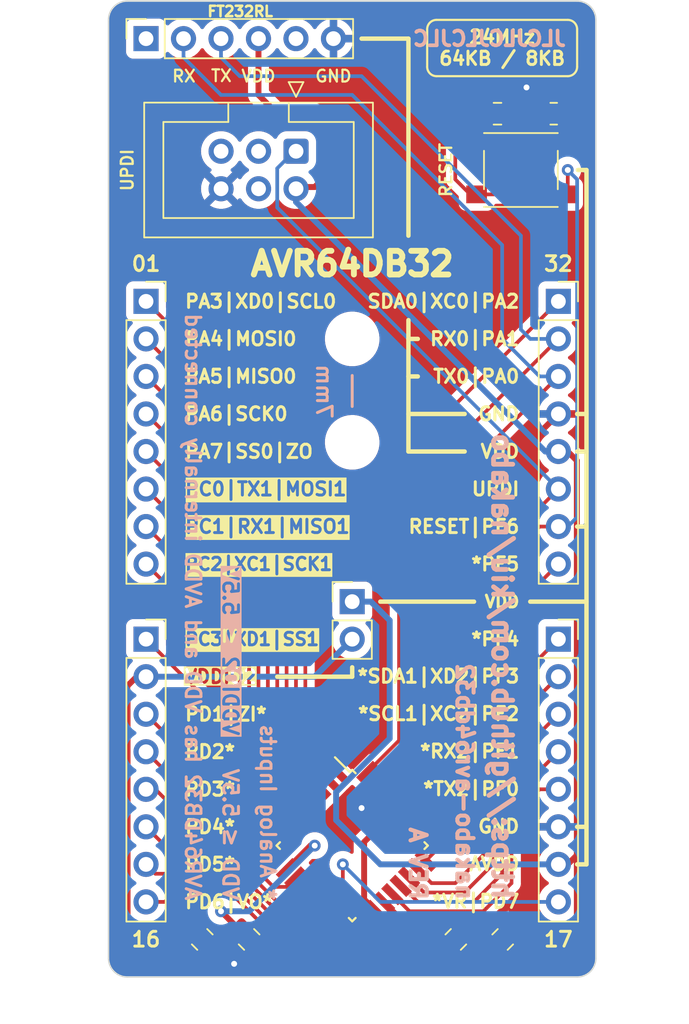
<source format=kicad_pcb>
(kicad_pcb (version 20221018) (generator pcbnew)
  (layers (0 "F.Cu" signal) (31 "B.Cu" signal) (34 "B.Paste" user) (35 "F.Paste" user) (36 "B.SilkS" user "B.Silkscreen") (37 "F.SilkS" user "F.Silkscreen") (38 "B.Mask" user) (39 "F.Mask" user) (44 "Edge.Cuts" user))
  (net 0 "")
  (net 1 "VCC")
  (net 2 "GND")
  (net 3 "PF6_RESET")
  (net 4 "PA3")
  (net 5 "PA4")
  (net 6 "PA5")
  (net 7 "PA6")
  (net 8 "PA7")
  (net 9 "PC0")
  (net 10 "PC1")
  (net 11 "PC2")
  (net 12 "PC3")
  (net 13 "VDDIO2")
  (net 14 "PD1")
  (net 15 "PD2")
  (net 16 "PD3")
  (net 17 "PD4")
  (net 18 "PD5")
  (net 19 "PD6")
  (net 20 "PD7")
  (net 21 "PF0")
  (net 22 "PF1")
  (net 23 "PF2")
  (net 24 "PF3")
  (net 25 "PF4")
  (net 26 "PF5")
  (net 27 "PA0")
  (net 28 "PA1")
  (net 29 "PA2")
  (net 30 "UPDI")
  (net 32 "Net-(R1-Pad2)")
  (footprint "Connector_PinSocket_2.54mm:PinSocket_1x08_P2.54mm_Vertical" (layer "F.Cu") (at 134.62 96.52)
    (fp_text reference "J1" hide)
    (fp_text value "Conn_01x08")
    (fp_line (start -1.33 1.27) (end -1.33 19.11) (stroke (width 0.12)) (layer "F.SilkS"))
    (fp_line (start -1.33 1.27) (end 1.33 1.27) (stroke (width 0.12)) (layer "F.SilkS"))
    (fp_line (start -1.33 19.11) (end 1.33 19.11) (stroke (width 0.12)) (layer "F.SilkS"))
    (fp_line (start 0 -1.33) (end 1.33 -1.33) (stroke (width 0.12)) (layer "F.SilkS"))
    (fp_line (start 1.33 -1.33) (end 1.33 0) (stroke (width 0.12)) (layer "F.SilkS"))
    (fp_line (start 1.33 1.27) (end 1.33 19.11) (stroke (width 0.12)) (layer "F.SilkS"))
    (pad "1" thru_hole rect (at 0 0) (size 1.7 1.7) (drill 1) (layers "*.Cu" "*.Mask") (net 4 "PA3"))
    (pad "2" thru_hole oval (at 0 2.54) (size 1.7 1.7) (drill 1) (layers "*.Cu" "*.Mask") (net 5 "PA4"))
    (pad "3" thru_hole oval (at 0 5.08) (size 1.7 1.7) (drill 1) (layers "*.Cu" "*.Mask") (net 6 "PA5"))
    (pad "4" thru_hole oval (at 0 7.62) (size 1.7 1.7) (drill 1) (layers "*.Cu" "*.Mask") (net 7 "PA6"))
    (pad "5" thru_hole oval (at 0 10.16) (size 1.7 1.7) (drill 1) (layers "*.Cu" "*.Mask") (net 8 "PA7"))
    (pad "6" thru_hole oval (at 0 12.7) (size 1.7 1.7) (drill 1) (layers "*.Cu" "*.Mask") (net 9 "PC0"))
    (pad "7" thru_hole oval (at 0 15.24) (size 1.7 1.7) (drill 1) (layers "*.Cu" "*.Mask") (net 10 "PC1"))
    (pad "8" thru_hole oval (at 0 17.78) (size 1.7 1.7) (drill 1) (layers "*.Cu" "*.Mask") (net 11 "PC2"))
  )
  (footprint "Connector_IDC:IDC-Header_2x03_P2.54mm_Vertical" (layer "F.Cu") (at 144.785 86.36 -90)
    (fp_text reference "J5" hide)
    (fp_text value "AVR-UPDI-6")
    (fp_line (start -4.68 -0.5) (end -4.68 0.5) (stroke (width 0.12)) (layer "F.SilkS"))
    (fp_line (start -4.68 0.5) (end -3.68 0) (stroke (width 0.12)) (layer "F.SilkS"))
    (fp_line (start -3.68 0) (end -4.68 -0.5) (stroke (width 0.12)) (layer "F.SilkS"))
    (fp_line (start -3.29 -5.21) (end 5.83 -5.21) (stroke (width 0.12)) (layer "F.SilkS"))
    (fp_line (start -3.29 0.49) (end -1.98 0.49) (stroke (width 0.12)) (layer "F.SilkS"))
    (fp_line (start -3.29 10.29) (end -3.29 -5.21) (stroke (width 0.12)) (layer "F.SilkS"))
    (fp_line (start -1.98 -3.91) (end 4.52 -3.91) (stroke (width 0.12)) (layer "F.SilkS"))
    (fp_line (start -1.98 0.49) (end -1.98 -3.91) (stroke (width 0.12)) (layer "F.SilkS"))
    (fp_line (start -1.98 4.59) (end -3.29 4.59) (stroke (width 0.12)) (layer "F.SilkS"))
    (fp_line (start -1.98 4.59) (end -1.98 4.59) (stroke (width 0.12)) (layer "F.SilkS"))
    (fp_line (start -1.98 8.99) (end -1.98 4.59) (stroke (width 0.12)) (layer "F.SilkS"))
    (fp_line (start 4.52 -3.91) (end 4.52 8.99) (stroke (width 0.12)) (layer "F.SilkS"))
    (fp_line (start 4.52 8.99) (end -1.98 8.99) (stroke (width 0.12)) (layer "F.SilkS"))
    (fp_line (start 5.83 -5.21) (end 5.83 10.29) (stroke (width 0.12)) (layer "F.SilkS"))
    (fp_line (start 5.83 10.29) (end -3.29 10.29) (stroke (width 0.12)) (layer "F.SilkS"))
    (pad "1" thru_hole roundrect (at 0 0 270) (size 1.7 1.7) (drill 1) (layers "*.Cu" "*.Mask") (roundrect_rratio 0.1470588235) (net 30 "UPDI"))
    (pad "2" thru_hole circle (at 2.54 0 270) (size 1.7 1.7) (drill 1) (layers "*.Cu" "*.Mask") (net 1 "VCC"))
    (pad "3" thru_hole circle (at 0 2.54 270) (size 1.7 1.7) (drill 1) (layers "*.Cu" "*.Mask"))
    (pad "4" thru_hole circle (at 2.54 2.54 270) (size 1.7 1.7) (drill 1) (layers "*.Cu" "*.Mask"))
    (pad "5" thru_hole circle (at 0 5.08 270) (size 1.7 1.7) (drill 1) (layers "*.Cu" "*.Mask"))
    (pad "6" thru_hole circle (at 2.54 5.08 270) (size 1.7 1.7) (drill 1) (layers "*.Cu" "*.Mask") (net 2 "GND"))
  )
  (footprint "Capacitor_SMD:C_0805_2012Metric" (layer "F.Cu") (at 158.786751 139.7 45)
    (fp_text reference "C2" hide)
    (fp_text value "1uF")
    (fp_line (start -0.261252 -0.735) (end 0.261252 -0.735) (stroke (width 0.12)) (layer "F.SilkS"))
    (fp_line (start -0.261252 0.735) (end 0.261252 0.735) (stroke (width 0.12)) (layer "F.SilkS"))
    (pad "1" smd roundrect (at -0.95 0 45) (size 1 1.45) (layers "F.Cu" "F.Paste" "F.Mask") (net 1 "VCC"))
    (pad "2" smd roundrect (at 0.95 0 45) (size 1 1.45) (layers "F.Cu" "F.Paste" "F.Mask") (net 2 "GND"))
  )
  (footprint "Capacitor_SMD:C_0805_2012Metric" (layer "F.Cu") (at 158.435 83.82)
    (fp_text reference "C5" hide)
    (fp_text value "1uF")
    (fp_line (start -0.261252 -0.735) (end 0.261252 -0.735) (stroke (width 0.12)) (layer "F.SilkS"))
    (fp_line (start -0.261252 0.735) (end 0.261252 0.735) (stroke (width 0.12)) (layer "F.SilkS"))
    (pad "1" smd roundrect (at -0.95 0) (size 1 1.45) (layers "F.Cu" "F.Paste" "F.Mask") (net 3 "PF6_RESET"))
    (pad "2" smd roundrect (at 0.95 0) (size 1 1.45) (layers "F.Cu" "F.Paste" "F.Mask") (net 2 "GND"))
  )
  (footprint "MountingHole:MountingHole_3.2mm_M3_DIN965" (layer "F.Cu") (at 148.59 99.06)
    (fp_text reference "H1" hide)
    (fp_text value "MountingHole")
    (pad "" np_thru_hole circle (at 0 0) (size 3.2 3.2) (drill 3.2) (layers "*.Cu" "*.Mask"))
  )
  (footprint "Connector_PinSocket_2.54mm:PinSocket_1x08_P2.54mm_Vertical" (layer "F.Cu") (at 162.56 119.38)
    (fp_text reference "J4" hide)
    (fp_text value "Conn_01x08")
    (fp_line (start -1.33 1.27) (end -1.33 19.11) (stroke (width 0.12)) (layer "F.SilkS"))
    (fp_line (start -1.33 1.27) (end 1.33 1.27) (stroke (width 0.12)) (layer "F.SilkS"))
    (fp_line (start -1.33 19.11) (end 1.33 19.11) (stroke (width 0.12)) (layer "F.SilkS"))
    (fp_line (start 0 -1.33) (end 1.33 -1.33) (stroke (width 0.12)) (layer "F.SilkS"))
    (fp_line (start 1.33 -1.33) (end 1.33 0) (stroke (width 0.12)) (layer "F.SilkS"))
    (fp_line (start 1.33 1.27) (end 1.33 19.11) (stroke (width 0.12)) (layer "F.SilkS"))
    (pad "1" thru_hole rect (at 0 0) (size 1.7 1.7) (drill 1) (layers "*.Cu" "*.Mask") (net 25 "PF4"))
    (pad "2" thru_hole oval (at 0 2.54) (size 1.7 1.7) (drill 1) (layers "*.Cu" "*.Mask") (net 24 "PF3"))
    (pad "3" thru_hole oval (at 0 5.08) (size 1.7 1.7) (drill 1) (layers "*.Cu" "*.Mask") (net 23 "PF2"))
    (pad "4" thru_hole oval (at 0 7.62) (size 1.7 1.7) (drill 1) (layers "*.Cu" "*.Mask") (net 22 "PF1"))
    (pad "5" thru_hole oval (at 0 10.16) (size 1.7 1.7) (drill 1) (layers "*.Cu" "*.Mask") (net 21 "PF0"))
    (pad "6" thru_hole oval (at 0 12.7) (size 1.7 1.7) (drill 1) (layers "*.Cu" "*.Mask") (net 2 "GND"))
    (pad "7" thru_hole oval (at 0 15.24) (size 1.7 1.7) (drill 1) (layers "*.Cu" "*.Mask") (net 1 "VCC"))
    (pad "8" thru_hole oval (at 0 17.78) (size 1.7 1.7) (drill 1) (layers "*.Cu" "*.Mask") (net 20 "PD7"))
  )
  (footprint "Capacitor_SMD:C_0805_2012Metric" (layer "F.Cu") (at 138.43 139.7 -45)
    (fp_text reference "C4" hide)
    (fp_text value "1uF")
    (fp_line (start -0.261252 -0.735) (end 0.261252 -0.735) (stroke (width 0.12)) (layer "F.SilkS"))
    (fp_line (start -0.261252 0.735) (end 0.261252 0.735) (stroke (width 0.12)) (layer "F.SilkS"))
    (pad "1" smd roundrect (at -0.95 0 315) (size 1 1.45) (layers "F.Cu" "F.Paste" "F.Mask") (net 13 "VDDIO2"))
    (pad "2" smd roundrect (at 0.95 0 315) (size 1 1.45) (layers "F.Cu" "F.Paste" "F.Mask") (net 2 "GND"))
  )
  (footprint "Capacitor_SMD:C_0805_2012Metric" (layer "F.Cu") (at 141.605 139.7 -45)
    (fp_text reference "C3" hide)
    (fp_text value "100nF")
    (fp_line (start -0.261252 -0.735) (end 0.261252 -0.735) (stroke (width 0.12)) (layer "F.SilkS"))
    (fp_line (start -0.261252 0.735) (end 0.261252 0.735) (stroke (width 0.12)) (layer "F.SilkS"))
    (pad "1" smd roundrect (at -0.95 0 315) (size 1 1.45) (layers "F.Cu" "F.Paste" "F.Mask") (net 13 "VDDIO2"))
    (pad "2" smd roundrect (at 0.95 0 315) (size 1 1.45) (layers "F.Cu" "F.Paste" "F.Mask") (net 2 "GND"))
  )
  (footprint "Package_QFP:TQFP-32_7x7mm_P0.8mm" (layer "F.Cu") (at 148.59 133.35 -45)
    (fp_text reference "U1" hide)
    (fp_text value "AVR64DB32")
    (fp_line (start -3.625 -3.625) (end -3.625 -3.4) (stroke (width 0.15)) (layer "F.SilkS"))
    (fp_line (start -3.625 -3.625) (end -3.3 -3.625) (stroke (width 0.15)) (layer "F.SilkS"))
    (fp_line (start -3.625 -3.4) (end -5.05 -3.4) (stroke (width 0.15)) (layer "F.SilkS"))
    (fp_line (start -3.625 3.625) (end -3.625 3.3) (stroke (width 0.15)) (layer "F.SilkS"))
    (fp_line (start -3.625 3.625) (end -3.3 3.625) (stroke (width 0.15)) (layer "F.SilkS"))
    (fp_line (start 3.625 -3.625) (end 3.3 -3.625) (stroke (width 0.15)) (layer "F.SilkS"))
    (fp_line (start 3.625 -3.625) (end 3.625 -3.3) (stroke (width 0.15)) (layer "F.SilkS"))
    (fp_line (start 3.625 3.625) (end 3.3 3.625) (stroke (width 0.15)) (layer "F.SilkS"))
    (fp_line (start 3.625 3.625) (end 3.625 3.3) (stroke (width 0.15)) (layer "F.SilkS"))
    (pad "1" smd rect (at -4.25 -2.8 315) (size 1.6 0.55) (layers "F.Cu" "F.Paste" "F.Mask") (net 4 "PA3"))
    (pad "2" smd rect (at -4.25 -2 315) (size 1.6 0.55) (layers "F.Cu" "F.Paste" "F.Mask") (net 5 "PA4"))
    (pad "3" smd rect (at -4.25 -1.2 315) (size 1.6 0.55) (layers "F.Cu" "F.Paste" "F.Mask") (net 6 "PA5"))
    (pad "4" smd rect (at -4.25 -0.4 315) (size 1.6 0.55) (layers "F.Cu" "F.Paste" "F.Mask") (net 7 "PA6"))
    (pad "5" smd rect (at -4.25 0.4 315) (size 1.6 0.55) (layers "F.Cu" "F.Paste" "F.Mask") (net 8 "PA7"))
    (pad "6" smd rect (at -4.25 1.2 315) (size 1.6 0.55) (layers "F.Cu" "F.Paste" "F.Mask") (net 9 "PC0"))
    (pad "7" smd rect (at -4.25 2 315) (size 1.6 0.55) (layers "F.Cu" "F.Paste" "F.Mask") (net 10 "PC1"))
    (pad "8" smd rect (at -4.25 2.8 315) (size 1.6 0.55) (layers "F.Cu" "F.Paste" "F.Mask") (net 11 "PC2"))
    (pad "9" smd rect (at -2.8 4.25 45) (size 1.6 0.55) (layers "F.Cu" "F.Paste" "F.Mask") (net 12 "PC3"))
    (pad "10" smd rect (at -2 4.25 45) (size 1.6 0.55) (layers "F.Cu" "F.Paste" "F.Mask") (net 13 "VDDIO2"))
    (pad "11" smd rect (at -1.2 4.25 45) (size 1.6 0.55) (layers "F.Cu" "F.Paste" "F.Mask") (net 14 "PD1"))
    (pad "12" smd rect (at -0.4 4.25 45) (size 1.6 0.55) (layers "F.Cu" "F.Paste" "F.Mask") (net 15 "PD2"))
    (pad "13" smd rect (at 0.4 4.25 45) (size 1.6 0.55) (layers "F.Cu" "F.Paste" "F.Mask") (net 16 "PD3"))
    (pad "14" smd rect (at 1.2 4.25 45) (size 1.6 0.55) (layers "F.Cu" "F.Paste" "F.Mask") (net 17 "PD4"))
    (pad "15" smd rect (at 2 4.25 45) (size 1.6 0.55) (layers "F.Cu" "F.Paste" "F.Mask") (net 18 "PD5"))
    (pad "16" smd rect (at 2.8 4.25 45) (size 1.6 0.55) (layers "F.Cu" "F.Paste" "F.Mask") (net 19 "PD6"))
    (pad "17" smd rect (at 4.25 2.8 315) (size 1.6 0.55) (layers "F.Cu" "F.Paste" "F.Mask") (net 20 "PD7"))
    (pad "18" smd rect (at 4.25 2 315) (size 1.6 0.55) (layers "F.Cu" "F.Paste" "F.Mask") (net 1 "VCC"))
    (pad "19" smd rect (at 4.25 1.2 315) (size 1.6 0.55) (layers "F.Cu" "F.Paste" "F.Mask") (net 2 "GND"))
    (pad "20" smd rect (at 4.25 0.4 315) (size 1.6 0.55) (layers "F.Cu" "F.Paste" "F.Mask") (net 21 "PF0"))
    (pad "21" smd rect (at 4.25 -0.4 315) (size 1.6 0.55) (layers "F.Cu" "F.Paste" "F.Mask") (net 22 "PF1"))
    (pad "22" smd rect (at 4.25 -1.2 315) (size 1.6 0.55) (layers "F.Cu" "F.Paste" "F.Mask") (net 23 "PF2"))
    (pad "23" smd rect (at 4.25 -2 315) (size 1.6 0.55) (layers "F.Cu" "F.Paste" "F.Mask") (net 24 "PF3"))
    (pad "24" smd rect (at 4.25 -2.8 315) (size 1.6 0.55) (layers "F.Cu" "F.Paste" "F.Mask") (net 25 "PF4"))
    (pad "25" smd rect (at 2.8 -4.25 45) (size 1.6 0.55) (layers "F.Cu" "F.Paste" "F.Mask") (net 26 "PF5"))
    (pad "26" smd rect (at 2 -4.25 45) (size 1.6 0.55) (layers "F.Cu" "F.Paste" "F.Mask") (net 3 "PF6_RESET"))
    (pad "27" smd rect (at 1.2 -4.25 45) (size 1.6 0.55) (layers "F.Cu" "F.Paste" "F.Mask") (net 30 "UPDI"))
    (pad "28" smd rect (at 0.4 -4.25 45) (size 1.6 0.55) (layers "F.Cu" "F.Paste" "F.Mask") (net 1 "VCC"))
    (pad "29" smd rect (at -0.4 -4.25 45) (size 1.6 0.55) (layers "F.Cu" "F.Paste" "F.Mask") (net 2 "GND"))
    (pad "30" smd rect (at -1.2 -4.25 45) (size 1.6 0.55) (layers "F.Cu" "F.Paste" "F.Mask") (net 27 "PA0"))
    (pad "31" smd rect (at -2 -4.25 45) (size 1.6 0.55) (layers "F.Cu" "F.Paste" "F.Mask") (net 28 "PA1"))
    (pad "32" smd rect (at -2.8 -4.25 45) (size 1.6 0.55) (layers "F.Cu" "F.Paste" "F.Mask") (net 29 "PA2"))
  )
  (footprint "MountingHole:MountingHole_3.2mm_M3_DIN965" (layer "F.Cu") (at 148.59 106.06)
    (fp_text reference "H2" hide)
    (fp_text value "MountingHole")
    (pad "" np_thru_hole circle (at 0 0) (size 3.2 3.2) (drill 3.2) (layers "*.Cu" "*.Mask"))
  )
  (footprint "Capacitor_SMD:C_0805_2012Metric" (layer "F.Cu") (at 155.611751 139.7 45)
    (fp_text reference "C1" hide)
    (fp_text value "100nF")
    (fp_line (start -0.261252 -0.735) (end 0.261252 -0.735) (stroke (width 0.12)) (layer "F.SilkS"))
    (fp_line (start -0.261252 0.735) (end 0.261252 0.735) (stroke (width 0.12)) (layer "F.SilkS"))
    (pad "1" smd roundrect (at -0.95 0 45) (size 1 1.45) (layers "F.Cu" "F.Paste" "F.Mask") (net 1 "VCC"))
    (pad "2" smd roundrect (at 0.95 0 45) (size 1 1.45) (layers "F.Cu" "F.Paste" "F.Mask") (net 2 "GND"))
  )
  (footprint "Connector_PinSocket_2.54mm:PinSocket_1x08_P2.54mm_Vertical" (layer "F.Cu") (at 134.62 119.38)
    (fp_text reference "J3" hide)
    (fp_text value "Conn_01x08")
    (fp_line (start -1.33 1.27) (end -1.33 19.11) (stroke (width 0.12)) (layer "F.SilkS"))
    (fp_line (start -1.33 1.27) (end 1.33 1.27) (stroke (width 0.12)) (layer "F.SilkS"))
    (fp_line (start -1.33 19.11) (end 1.33 19.11) (stroke (width 0.12)) (layer "F.SilkS"))
    (fp_line (start 0 -1.33) (end 1.33 -1.33) (stroke (width 0.12)) (layer "F.SilkS"))
    (fp_line (start 1.33 -1.33) (end 1.33 0) (stroke (width 0.12)) (layer "F.SilkS"))
    (fp_line (start 1.33 1.27) (end 1.33 19.11) (stroke (width 0.12)) (layer "F.SilkS"))
    (pad "1" thru_hole rect (at 0 0) (size 1.7 1.7) (drill 1) (layers "*.Cu" "*.Mask") (net 12 "PC3"))
    (pad "2" thru_hole oval (at 0 2.54) (size 1.7 1.7) (drill 1) (layers "*.Cu" "*.Mask") (net 13 "VDDIO2"))
    (pad "3" thru_hole oval (at 0 5.08) (size 1.7 1.7) (drill 1) (layers "*.Cu" "*.Mask") (net 14 "PD1"))
    (pad "4" thru_hole oval (at 0 7.62) (size 1.7 1.7) (drill 1) (layers "*.Cu" "*.Mask") (net 15 "PD2"))
    (pad "5" thru_hole oval (at 0 10.16) (size 1.7 1.7) (drill 1) (layers "*.Cu" "*.Mask") (net 16 "PD3"))
    (pad "6" thru_hole oval (at 0 12.7) (size 1.7 1.7) (drill 1) (layers "*.Cu" "*.Mask") (net 17 "PD4"))
    (pad "7" thru_hole oval (at 0 15.24) (size 1.7 1.7) (drill 1) (layers "*.Cu" "*.Mask") (net 18 "PD5"))
    (pad "8" thru_hole oval (at 0 17.78) (size 1.7 1.7) (drill 1) (layers "*.Cu" "*.Mask") (net 19 "PD6"))
  )
  (footprint "kiu:SW_Push_1P1T_NO_4.5x4.5mm" (layer "F.Cu") (at 160.02 87.63 180)
    (fp_text reference "SW1" hide)
    (fp_text value "SW_Push")
    (fp_line (start -2.5 -2.5) (end 2.5 -2.5) (stroke (width 0.12)) (layer "F.SilkS"))
    (fp_line (start -2.5 -1.3) (end -2.5 1.3) (stroke (width 0.12)) (layer "F.SilkS"))
    (fp_line (start -2.5 2.5) (end 2.5 2.5) (stroke (width 0.12)) (layer "F.SilkS"))
    (fp_line (start 2.5 -1.3) (end 2.5 1.3) (stroke (width 0.12)) (layer "F.SilkS"))
    (pad "1" smd rect (at -3 -1.65 180) (size 1.4 1.2) (layers "F.Cu" "F.Paste" "F.Mask") (net 3 "PF6_RESET"))
    (pad "1" smd rect (at 3 -1.65 180) (size 1.4 1.2) (layers "F.Cu" "F.Paste" "F.Mask") (net 3 "PF6_RESET"))
    (pad "2" smd rect (at -3 1.65 180) (size 1.4 1.2) (layers "F.Cu" "F.Paste" "F.Mask") (net 32 "Net-(R1-Pad2)"))
    (pad "2" smd rect (at 3 1.65 180) (size 1.4 1.2) (layers "F.Cu" "F.Paste" "F.Mask") (net 32 "Net-(R1-Pad2)"))
  )
  (footprint "Connector_PinSocket_2.54mm:PinSocket_1x06_P2.54mm_Vertical" (layer "F.Cu") (at 134.62 78.74 90)
    (fp_text reference "J6" hide)
    (fp_text value "Conn_01x06")
    (fp_line (start -1.33 1.27) (end -1.33 14.03) (stroke (width 0.12)) (layer "F.SilkS"))
    (fp_line (start -1.33 1.27) (end 1.33 1.27) (stroke (width 0.12)) (layer "F.SilkS"))
    (fp_line (start -1.33 14.03) (end 1.33 14.03) (stroke (width 0.12)) (layer "F.SilkS"))
    (fp_line (start 0 -1.33) (end 1.33 -1.33) (stroke (width 0.12)) (layer "F.SilkS"))
    (fp_line (start 1.33 -1.33) (end 1.33 0) (stroke (width 0.12)) (layer "F.SilkS"))
    (fp_line (start 1.33 1.27) (end 1.33 14.03) (stroke (width 0.12)) (layer "F.SilkS"))
    (pad "1" thru_hole rect (at 0 0 90) (size 1.7 1.7) (drill 1) (layers "*.Cu" "*.Mask"))
    (pad "2" thru_hole oval (at 0 2.54 90) (size 1.7 1.7) (drill 1) (layers "*.Cu" "*.Mask") (net 27 "PA0"))
    (pad "3" thru_hole oval (at 0 5.08 90) (size 1.7 1.7) (drill 1) (layers "*.Cu" "*.Mask") (net 28 "PA1"))
    (pad "4" thru_hole oval (at 0 7.62 90) (size 1.7 1.7) (drill 1) (layers "*.Cu" "*.Mask") (net 1 "VCC"))
    (pad "5" thru_hole oval (at 0 10.16 90) (size 1.7 1.7) (drill 1) (layers "*.Cu" "*.Mask"))
    (pad "6" thru_hole oval (at 0 12.7 90) (size 1.7 1.7) (drill 1) (layers "*.Cu" "*.Mask") (net 2 "GND"))
  )
  (footprint "Connector_PinSocket_2.54mm:PinSocket_1x08_P2.54mm_Vertical" (layer "F.Cu") (at 162.56 96.52)
    (fp_text reference "J2" hide)
    (fp_text value "Conn_01x08")
    (fp_line (start -1.33 1.27) (end -1.33 19.11) (stroke (width 0.12)) (layer "F.SilkS"))
    (fp_line (start -1.33 1.27) (end 1.33 1.27) (stroke (width 0.12)) (layer "F.SilkS"))
    (fp_line (start -1.33 19.11) (end 1.33 19.11) (stroke (width 0.12)) (layer "F.SilkS"))
    (fp_line (start 0 -1.33) (end 1.33 -1.33) (stroke (width 0.12)) (layer "F.SilkS"))
    (fp_line (start 1.33 -1.33) (end 1.33 0) (stroke (width 0.12)) (layer "F.SilkS"))
    (fp_line (start 1.33 1.27) (end 1.33 19.11) (stroke (width 0.12)) (layer "F.SilkS"))
    (pad "1" thru_hole rect (at 0 0) (size 1.7 1.7) (drill 1) (layers "*.Cu" "*.Mask") (net 29 "PA2"))
    (pad "2" thru_hole oval (at 0 2.54) (size 1.7 1.7) (drill 1) (layers "*.Cu" "*.Mask") (net 28 "PA1"))
    (pad "3" thru_hole oval (at 0 5.08) (size 1.7 1.7) (drill 1) (layers "*.Cu" "*.Mask") (net 27 "PA0"))
    (pad "4" thru_hole oval (at 0 7.62) (size 1.7 1.7) (drill 1) (layers "*.Cu" "*.Mask") (net 2 "GND"))
    (pad "5" thru_hole oval (at 0 10.16) (size 1.7 1.7) (drill 1) (layers "*.Cu" "*.Mask") (net 1 "VCC"))
    (pad "6" thru_hole oval (at 0 12.7) (size 1.7 1.7) (drill 1) (layers "*.Cu" "*.Mask") (net 30 "UPDI"))
    (pad "7" thru_hole oval (at 0 15.24) (size 1.7 1.7) (drill 1) (layers "*.Cu" "*.Mask") (net 3 "PF6_RESET"))
    (pad "8" thru_hole oval (at 0 17.78) (size 1.7 1.7) (drill 1) (layers "*.Cu" "*.Mask") (net 26 "PF5"))
  )
  (footprint "Resistor_SMD:R_0805_2012Metric" (layer "F.Cu") (at 162.245 83.82)
    (fp_text reference "R1" hide)
    (fp_text value "330R")
    (fp_line (start -0.227064 -0.735) (end 0.227064 -0.735) (stroke (width 0.12)) (layer "F.SilkS"))
    (fp_line (start -0.227064 0.735) (end 0.227064 0.735) (stroke (width 0.12)) (layer "F.SilkS"))
    (pad "1" smd roundrect (at -0.9125 0) (size 1.025 1.4) (layers "F.Cu" "F.Paste" "F.Mask") (roundrect_rratio 0.243902439) (net 2 "GND"))
    (pad "2" smd roundrect (at 0.9125 0) (size 1.025 1.4) (layers "F.Cu" "F.Paste" "F.Mask") (roundrect_rratio 0.243902439) (net 32 "Net-(R1-Pad2)"))
  )
  (footprint "Connector_PinHeader_2.54mm:PinHeader_1x02_P2.54mm_Vertical" (layer "F.Cu") (at 148.59 116.84)
    (fp_text reference "J7" hide)
    (fp_text value "1x02_Jumper")
    (fp_line (start -1.33 -1.33) (end 0 -1.33) (stroke (width 0.12)) (layer "F.SilkS"))
    (fp_line (start -1.33 0) (end -1.33 -1.33) (stroke (width 0.12)) (layer "F.SilkS"))
    (fp_line (start -1.33 1.27) (end -1.33 3.87) (stroke (width 0.12)) (layer "F.SilkS"))
    (fp_line (start -1.33 1.27) (end 1.33 1.27) (stroke (width 0.12)) (layer "F.SilkS"))
    (fp_line (start -1.33 3.87) (end 1.33 3.87) (stroke (width 0.12)) (layer "F.SilkS"))
    (fp_line (start 1.33 1.27) (end 1.33 3.87) (stroke (width 0.12)) (layer "F.SilkS"))
    (pad "1" thru_hole rect (at 0 0) (size 1.7 1.7) (drill 1) (layers "*.Cu" "*.Mask") (net 1 "VCC"))
    (pad "2" thru_hole oval (at 0 2.54) (size 1.7 1.7) (drill 1) (layers "*.Cu" "*.Mask") (net 13 "VDDIO2"))
  )
  (gr_line (start 148.59 101.5365) (end 148.59 103.632) (stroke (width 0.2)) (layer "B.SilkS"))
  (gr_line (start 152.4 101.6) (end 153.035 101.6) (stroke (width 0.3)) (layer "F.SilkS"))
  (gr_line (start 148.59 121.92) (end 143.51 121.92) (stroke (width 0.3)) (layer "F.SilkS"))
  (gr_arc (start 154.305 81.28) (mid 153.855987 81.094013) (end 153.67 80.645) (stroke (width 0.15)) (layer "F.SilkS"))
  (gr_line (start 150.495 116.84) (end 156.845 116.84) (stroke (width 0.3)) (layer "F.SilkS"))
  (gr_line (start 164.465 132.08) (end 163.83 132.08) (stroke (width 0.3)) (layer "F.SilkS"))
  (gr_line (start 163.83 106.68) (end 164.465 106.68) (stroke (width 0.3)) (layer "F.SilkS"))
  (gr_line (start 164.465 104.14) (end 163.83 104.14) (stroke (width 0.3)) (layer "F.SilkS"))
  (gr_arc (start 153.67 78.105) (mid 153.855987 77.655987) (end 154.305 77.47) (stroke (width 0.15)) (layer "F.SilkS"))
  (gr_line (start 152.4 99.06) (end 152.4 101.6) (stroke (width 0.3)) (layer "F.SilkS"))
  (gr_line (start 163.83 78.105) (end 163.83 80.645) (stroke (width 0.15)) (layer "F.SilkS"))
  (gr_line (start 160.655 116.84) (end 164.465 116.84) (stroke (width 0.3)) (layer "F.SilkS"))
  (gr_line (start 152.4 104.14) (end 156.21 104.14) (stroke (width 0.3)) (layer "F.SilkS"))
  (gr_line (start 154.305 77.47) (end 163.195 77.47) (stroke (width 0.15)) (layer "F.SilkS"))
  (gr_arc (start 163.83 80.645) (mid 163.644013 81.094013) (end 163.195 81.28) (stroke (width 0.15)) (layer "F.SilkS"))
  (gr_line (start 164.465 87.63) (end 163.885 87.63) (stroke (width 0.3)) (layer "F.SilkS"))
  (gr_line (start 148.59 121.285) (end 148.59 121.92) (stroke (width 0.3)) (layer "F.SilkS"))
  (gr_line (start 152.4 106.68) (end 156.21 106.68) (stroke (width 0.3)) (layer "F.SilkS"))
  (gr_line (start 164.465 106.68) (end 164.465 104.14) (stroke (width 0.3)) (layer "F.SilkS"))
  (gr_line (start 163.83 111.76) (end 164.465 111.76) (stroke (width 0.3)) (layer "F.SilkS"))
  (gr_line (start 152.4 101.6) (end 152.4 106.68) (stroke (width 0.3)) (layer "F.SilkS"))
  (gr_line (start 152.4 99.06) (end 152.4 97.79) (stroke (width 0.3)) (layer "F.SilkS"))
  (gr_line (start 149.225 78.74) (end 152.4 78.74) (stroke (width 0.3)) (layer "F.SilkS"))
  (gr_line (start 164.465 106.68) (end 164.465 134.62) (stroke (width 0.3)) (layer "F.SilkS"))
  (gr_line (start 164.465 134.62) (end 163.83 134.62) (stroke (width 0.3)) (layer "F.SilkS"))
  (gr_line (start 164.465 104.14) (end 164.465 87.63) (stroke (width 0.3)) (layer "F.SilkS"))
  (gr_arc (start 163.195 77.47) (mid 163.644013 77.655987) (end 163.83 78.105) (stroke (width 0.15)) (layer "F.SilkS"))
  (gr_line (start 152.4 92.075) (end 152.4 78.74) (stroke (width 0.3)) (layer "F.SilkS"))
  (gr_line (start 163.195 81.28) (end 154.305 81.28) (stroke (width 0.15)) (layer "F.SilkS"))
  (gr_line (start 153.67 80.645) (end 153.67 78.105) (stroke (width 0.15)) (layer "F.SilkS"))
  (gr_line (start 153.035 99.06) (end 152.4 99.06) (stroke (width 0.3)) (layer "F.SilkS"))
  (gr_arc (start 165.1 140.97) (mid 164.728026 141.868026) (end 163.83 142.24) (stroke (width 0.1)) (layer "Edge.Cuts"))
  (gr_line (start 132.08 77.47) (end 132.08 140.969999) (stroke (width 0.1)) (layer "Edge.Cuts"))
  (gr_arc (start 133.35 142.239999) (mid 132.451975 141.868025) (end 132.08 140.969999) (stroke (width 0.1)) (layer "Edge.Cuts"))
  (gr_arc (start 163.83 76.2) (mid 164.728026 76.571974) (end 165.1 77.47) (stroke (width 0.1)) (layer "Edge.Cuts"))
  (gr_line (start 133.35 142.239999) (end 163.83 142.24) (stroke (width 0.1)) (layer "Edge.Cuts"))
  (gr_line (start 163.83 76.2) (end 133.35 76.2) (stroke (width 0.1)) (layer "Edge.Cuts"))
  (gr_line (start 165.1 140.97) (end 165.1 77.47) (stroke (width 0.1)) (layer "Edge.Cuts"))
  (gr_arc (start 132.08 77.47) (mid 132.451974 76.571974) (end 133.35 76.2) (stroke (width 0.1)) (layer "Edge.Cuts"))
  (gr_text "VDDIO2 ≤ 5.5V" (at 140.335 126 270) (layer "B.SilkS" knockout) (effects (font (size 1 1) (thickness 0.2)) (justify left mirror)))
  (gr_text "7mm" (at 146.685 102.616 270) (layer "B.SilkS") (effects (font (size 1 1) (thickness 0.2) bold) (justify mirror)))
  (gr_text "AVR64DB32 has VDD and AVDD internally connected" (at 137.795 137.16 270) (layer "B.SilkS") (effects (font (size 1 1) (thickness 0.2)) (justify left mirror)))
  (gr_text "https://github.com/kiu/nakabo" (at 158.75 137.16 270) (layer "B.SilkS") (effects (font (size 1.3 1.3) (thickness 0.325)) (justify left mirror)))
  (gr_text "VDD ≤ 5.5V" (at 140.335 137.16 270) (layer "B.SilkS") (effects (font (size 1 1) (thickness 0.2)) (justify left mirror)))
  (gr_text "* Analog Inputs" (at 142.875 137.16 270) (layer "B.SilkS") (effects (font (size 1 1) (thickness 0.2)) (justify left mirror)))
  (gr_text "nakabo-avr64db32" (at 156.21 137.16 270) (layer "B.SilkS") (effects (font (size 1.1 1.1) (thickness 0.275)) (justify left mirror)))
  (gr_text "JLCJLCJLCJLC" (at 163.195 78.74) (layer "B.SilkS") (effects (font (size 1 1) (thickness 0.25) bold) (justify left mirror)))
  (gr_text "REV A" (at 153.035 137.16 270) (layer "B.SilkS") (effects (font (size 1.1 1.1) (thickness 0.275)) (justify left mirror)))
  (gr_text "VDD" (at 142.24 81.28) (layer "F.SilkS") (effects (font (size 0.8 0.8))))
  (gr_text "PA3|XD0|SCL0" (at 137.16 96.52) (layer "F.SilkS") (effects (font (size 0.9 0.9) (thickness 0.2)) (justify left)))
  (gr_text "24MHz\n64KB / 8KB\n" (at 158.75 78.105) (layer "F.SilkS") (effects (font (size 0.9 0.9) (thickness 0.2)) (justify top)))
  (gr_text "RX0|PA1" (at 160.02 99.06) (layer "F.SilkS") (effects (font (size 0.9 0.9) (thickness 0.2)) (justify right)))
  (gr_text "PC3|XD1|SS1" (at 137.16 119.38) (layer "F.SilkS" knockout) (effects (font (size 0.85 0.85) (thickness 0.2)) (justify left)))
  (gr_text "PD3*" (at 137.16 129.54) (layer "F.SilkS") (effects (font (size 0.9 0.9) (thickness 0.2)) (justify left)))
  (gr_text "VDD" (at 160.02 116.84) (layer "F.SilkS") (effects (font (size 0.8 0.8) (thickness 0.2)) (justify right)))
  (gr_text "*PF5" (at 160.02 114.3) (layer "F.SilkS") (effects (font (size 0.9 0.9) (thickness 0.2)) (justify right)))
  (gr_text "PD2*" (at 137.16 127) (layer "F.SilkS") (effects (font (size 0.9 0.9) (thickness 0.2)) (justify left)))
  (gr_text "17" (at 162.56 139.7) (layer "F.SilkS") (effects (font (size 1 1) (thickness 0.2))))
  (gr_text "RESET" (at 154.94 87.63 90) (layer "F.SilkS") (effects (font (size 0.8 0.8) (thickness 0.16) bold)))
  (gr_text "RX" (at 137.185 81.28) (layer "F.SilkS") (effects (font (size 0.8 0.8))))
  (gr_text "VDDIO2" (at 137.16 121.92) (layer "F.SilkS" knockout) (effects (font (size 0.9 0.9) (thickness 0.2)) (justify left)))
  (gr_text "*SCL1|XC2|PF2" (at 160.02 124.43) (layer "F.SilkS") (effects (font (size 0.9 0.9) (thickness 0.2)) (justify right)))
  (gr_text "32" (at 162.56 93.98) (layer "F.SilkS") (effects (font (size 1 1) (thickness 0.2))))
  (gr_text "*VR|PD7" (at 160.02 137.13) (layer "F.SilkS") (effects (font (size 0.9 0.9) (thickness 0.2)) (justify right)))
  (gr_text "UPDI" (at 133.35 87.63 90) (layer "F.SilkS") (effects (font (size 0.8 0.8) (thickness 0.16) bold)))
  (gr_text "PC2|XC1|SCK1" (at 137.16 114.3) (layer "F.SilkS" knockout) (effects (font (size 0.85 0.85) (thickness 0.2)) (justify left)))
  (gr_text "PA4|MOSI0" (at 137.16 99.06) (layer "F.SilkS") (effects (font (size 0.9 0.9) (thickness 0.2)) (justify left)))
  (gr_text "UPDI" (at 160.02 109.22) (layer "F.SilkS") (effects (font (size 0.9 0.9) (thickness 0.2)) (justify right)))
  (gr_text "01" (at 134.62 93.98) (layer "F.SilkS") (effects (font (size 1 1) (thickness 0.2))))
  (gr_text "TX" (at 139.725 81.255) (layer "F.SilkS") (effects (font (size 0.8 0.8))))
  (gr_text "AVR64DB32" (at 148.59 93.98) (layer "F.SilkS") (effects (font (size 1.6 1.6) (thickness 0.4))))
  (gr_text "GND" (at 160.02 132.05) (layer "F.SilkS") (effects (font (size 0.9 0.9) (thickness 0.2)) (justify right)))
  (gr_text "PD5*" (at 137.16 134.62) (layer "F.SilkS") (effects (font (size 0.9 0.9) (thickness 0.2)) (justify left)))
  (gr_text "PD6|VO*" (at 137.16 137.16) (layer "F.SilkS") (effects (font (size 0.9 0.9) (thickness 0.2)) (justify left)))
  (gr_text "*PF4" (at 160.02 119.38) (layer "F.SilkS") (effects (font (size 0.9 0.9) (thickness 0.2)) (justify right)))
  (gr_text "16" (at 134.62 139.7) (layer "F.SilkS") (effects (font (size 1 1) (thickness 0.2))))
  (gr_text "SDA0|XC0|PA2" (at 160.02 96.52) (layer "F.SilkS") (effects (font (size 0.9 0.9) (thickness 0.2)) (justify right)))
  (gr_text "PA6|SCK0" (at 137.16 104.14) (layer "F.SilkS") (effects (font (size 0.9 0.9) (thickness 0.2)) (justify left)))
  (gr_text "TX0|PA0" (at 160.02 101.6) (layer "F.SilkS") (effects (font (size 0.9 0.9) (thickness 0.2)) (justify right)))
  (gr_text "PA5|MISO0" (at 137.16 101.6) (layer "F.SilkS") (effects (font (size 0.9 0.9) (thickness 0.2)) (justify left)))
  (gr_text "FT232RL" (at 141 76.9) (layer "F.SilkS") (effects (font (size 0.7 0.7) (thickness 0.175) bold)))
  (gr_text "VDD" (at 160.02 106.68) (layer "F.SilkS") (effects (font (size 0.9 0.9) (thickness 0.2)) (justify right)))
  (gr_text "GND" (at 160.02 104.14) (layer "F.SilkS") (effects (font (size 0.9 0.9) (thickness 0.2)) (justify right)))
  (gr_text "*TX2|PF0" (at 160.02 129.51) (layer "F.SilkS") (effects (font (size 0.9 0.9) (thickness 0.2)) (justify right)))
  (gr_text "AVDD" (at 160.02 134.59) (layer "F.SilkS") (effects (font (size 0.9 0.9) (thickness 0.2)) (justify right)))
  (gr_text "PC0|TX1|MOSI1" (at 137.16 109.22) (layer "F.SilkS" knockout) (effects (font (size 0.9 0.9) (thickness 0.2)) (justify left)))
  (gr_text "PD4*" (at 137.16 132.08) (layer "F.SilkS") (effects (font (size 0.9 0.9) (thickness 0.2)) (justify left)))
  (gr_text "PD1|ZI*" (at 137.16 124.46) (layer "F.SilkS") (effects (font (size 0.9 0.9) (thickness 0.2)) (justify left)))
  (gr_text "*RX2|PF1" (at 160.02 126.97) (layer "F.SilkS") (effects (font (size 0.9 0.9) (thickness 0.2)) (justify right)))
  (gr_text "PA7|SS0|ZO" (at 137.16 106.68) (layer "F.SilkS") (effects (font (size 0.9 0.9) (thickness 0.2)) (justify left)))
  (gr_text "PC1|RX1|MISO1" (at 137.16 111.76) (layer "F.SilkS" knockout) (effects (font (size 0.9 0.9) (thickness 0.2)) (justify left)))
  (gr_text "RESET|PF6" (at 160.02 111.76) (layer "F.SilkS") (effects (font (size 0.9 0.9) (thickness 0.2)) (justify right)))
  (gr_text "GND" (at 147.32 81.28) (layer "F.SilkS") (effects (font (size 0.8 0.8))))
  (gr_text "*SDA1|XD2|PF3" (at 160.02 121.89) (layer "F.SilkS") (effects (font (size 0.9 0.9) (thickness 0.2)) (justify right)))
  (segment (start 149.398287 133.107399) (end 151.878047 130.627639) (width 0.4) (layer "F.Cu") (net 1))
  (segment (start 154.268249 140.371751) (end 157.443249 140.371751) (width 0.4) (layer "F.Cu") (net 1))
  (segment (start 146.685 84.455) (end 146.685 88.1475) (width 0.4) (layer "F.Cu") (net 1))
  (segment (start 143.51 83.82) (end 146.05 83.82) (width 0.4) (layer "F.Cu") (net 1))
  (segment (start 162.56 134.62) (end 163.195 134.62) (width 0.4) (layer "F.Cu") (net 1))
  (segment (start 163.81 134.005) (end 163.81 139.085) (width 0.4) (layer "F.Cu") (net 1))
  (segment (start 146.05 83.82) (end 146.685 84.455) (width 0.4) (layer "F.Cu") (net 1))
  (segment (start 146.05 88.7825) (end 144.785 88.7825) (width 0.4) (layer "F.Cu") (net 1))
  (segment (start 163.81 134.005) (end 163.81 107.295) (width 0.4) (layer "F.Cu") (net 1))
  (segment (start 152.783324 140.371751) (end 154.268249 140.371751) (width 0.4) (layer "F.Cu") (net 1))
  (segment (start 163.195 106.68) (end 162.56 106.68) (width 0.4) (layer "F.Cu") (net 1))
  (segment (start 163.81 139.085) (end 162.56 140.335) (width 0.4) (layer "F.Cu") (net 1))
  (segment (start 163.81 107.295) (end 163.195 106.68) (width 0.4) (layer "F.Cu") (net 1))
  (segment (start 157.48 140.335) (end 157.443249 140.371751) (width 0.4) (layer "F.Cu") (net 1))
  (segment (start 163.195 134.62) (end 163.81 134.005) (width 0.4) (layer "F.Cu") (net 1))
  (segment (start 146.685 88.1475) (end 146.05 88.7825) (width 0.4) (layer "F.Cu") (net 1))
  (segment (start 142.24 82.55) (end 143.51 83.82) (width 0.4) (layer "F.Cu") (net 1))
  (segment (start 142.24 78.74) (end 142.24 82.55) (width 0.4) (layer "F.Cu") (net 1))
  (segment (start 150.18099 137.769417) (end 152.783324 140.371751) (width 0.4) (layer "F.Cu") (net 1))
  (segment (start 162.56 140.335) (end 157.48 140.335) (width 0.4) (layer "F.Cu") (net 1))
  (segment (start 149.398287 136.986713) (end 149.398287 133.107399) (width 0.4) (layer "F.Cu") (net 1))
  (segment (start 150.18099 137.769417) (end 149.398287 136.986713) (width 0.4) (layer "F.Cu") (net 1))
  (segment (start 151.13 126.1) (end 147.5 129.73) (width 0.4) (layer "B.Cu") (net 1))
  (segment (start 162.56 106.68) (end 161.671 106.68) (width 0.4) (layer "B.Cu") (net 1))
  (segment (start 147.5 131.625) (end 150.495 134.62) (width 0.4) (layer "B.Cu") (net 1))
  (segment (start 161.671 106.68) (end 144.785 89.794) (width 0.4) (layer "B.Cu") (net 1))
  (segment (start 150.495 134.62) (end 162.56 134.62) (width 0.4) (layer "B.Cu") (net 1))
  (segment (start 148.59 116.84) (end 149.86 116.84) (width 0.4) (layer "B.Cu") (net 1))
  (segment (start 149.86 116.84) (end 151.13 118.11) (width 0.4) (layer "B.Cu") (net 1))
  (segment (start 151.13 118.11) (end 151.13 126.1) (width 0.4) (layer "B.Cu") (net 1))
  (segment (start 144.785 89.794) (end 144.785 88.9) (width 0.4) (layer "B.Cu") (net 1))
  (segment (start 147.5 129.73) (end 147.5 131.625) (width 0.4) (layer "B.Cu") (net 1))
  (segment (start 150.564314 130.81) (end 149.225 130.81) (width 0.4) (layer "F.Cu") (net 2))
  (segment (start 160.655 132.715) (end 160.655 138.43) (width 0.4) (layer "F.Cu") (net 2))
  (segment (start 153.924 127.450314) (end 151.312361 130.061953) (width 0.4) (layer "F.Cu") (net 2))
  (segment (start 150.746676 137.203732) (end 152.571193 139.028249) (width 0.4) (layer "F.Cu") (net 2))
  (segment (start 161.29 132.08) (end 162.56 132.08) (width 0.4) (layer "F.Cu") (net 2))
  (segment (start 160.056751 139.028249) (end 158.786751 139.028249) (width 0.4) (layer "F.Cu") (net 2))
  (segment (start 153.924 112.776) (end 153.924 127.450314) (width 0.4) (layer "F.Cu") (net 2))
  (segment (start 152.571193 139.028249) (end 155.611751 139.028249) (width 0.4) (layer "F.Cu") (net 2))
  (segment (start 161.29 132.08) (end 160.655 132.715) (width 0.4) (layer "F.Cu") (net 2))
  (segment (start 155.611751 139.028249) (end 158.786751 139.028249) (width 0.4) (layer "F.Cu") (net 2))
  (segment (start 151.312361 130.061953) (end 150.564314 130.81) (width 0.4) (layer "F.Cu") (net 2))
  (segment (start 162.56 104.14) (end 153.924 112.776) (width 0.4) (layer "F.Cu") (net 2))
  (segment (start 160.655 138.43) (end 160.056751 139.028249) (width 0.4) (layer "F.Cu") (net 2))
  (via (at 149.225 130.81) (size 0.8) (drill 0.4) (layers "F.Cu" "B.Cu") (net 2))
  (via (at 160.401 82.042) (size 0.8) (drill 0.4) (layers "F.Cu" "B.Cu") (net 2))
  (via (at 140.589 141.351) (size 0.8) (drill 0.4) (layers "F.Cu" "B.Cu") (net 2))
  (segment (start 150.495 132.08) (end 162.56 132.08) (width 0.4) (layer "B.Cu") (net 2))
  (segment (start 149.225 130.81) (end 150.495 132.08) (width 0.4) (layer "B.Cu") (net 2))
  (segment (start 155.575 88.265) (end 156.59 89.28) (width 0.25) (layer "F.Cu") (net 3))
  (segment (start 155.575 84.455) (end 155.575 88.265) (width 0.25) (layer "F.Cu") (net 3))
  (segment (start 156.21 83.82) (end 155.575 84.455) (width 0.25) (layer "F.Cu") (net 3))
  (segment (start 156.59 89.28) (end 157.02 89.28) (width 0.25) (layer "F.Cu") (net 3))
  (segment (start 157.02 89.28) (end 163.02 89.28) (width 0.25) (layer "F.Cu") (net 3))
  (segment (start 155.575 117.475) (end 155.575 129.193427) (width 0.25) (layer "F.Cu") (net 3))
  (segment (start 163.195 89.105) (end 163.02 89.28) (width 0.25) (layer "F.Cu") (net 3))
  (segment (start 157.485 83.82) (end 156.21 83.82) (width 0.25) (layer "F.Cu") (net 3))
  (segment (start 162.56 111.76) (end 161.29 111.76) (width 0.25) (layer "F.Cu") (net 3))
  (segment (start 163.195 87.63) (end 163.195 89.105) (width 0.25) (layer "F.Cu") (net 3))
  (segment (start 155.575 129.193427) (end 153.009417 131.75901) (width 0.25) (layer "F.Cu") (net 3))
  (segment (start 161.29 111.76) (end 155.575 117.475) (width 0.25) (layer "F.Cu") (net 3))
  (via (at 163.195 87.63) (size 0.8) (drill 0.4) (layers "F.Cu" "B.Cu") (net 3))
  (segment (start 163.83 111.125) (end 163.83 90.17) (width 0.25) (layer "B.Cu") (net 3))
  (segment (start 162.56 111.76) (end 163.195 111.76) (width 0.25) (layer "B.Cu") (net 3))
  (segment (start 163.195 111.76) (end 163.83 111.125) (width 0.25) (layer "B.Cu") (net 3))
  (segment (start 163.83 90.17) (end 163.83 88.265) (width 0.25) (layer "B.Cu") (net 3))
  (segment (start 163.83 88.265) (end 163.195 87.63) (width 0.25) (layer "B.Cu") (net 3))
  (segment (start 147.541897 128.364897) (end 147.564695 128.364897) (width 0.25) (layer "F.Cu") (net 4))
  (segment (start 145.415 126.238) (end 147.541897 128.364897) (width 0.25) (layer "F.Cu") (net 4))
  (segment (start 145.415 107.315) (end 145.415 126.238) (width 0.25) (layer "F.Cu") (net 4))
  (segment (start 134.62 96.52) (end 145.415 107.315) (width 0.25) (layer "F.Cu") (net 4))
  (segment (start 134.62 99.06) (end 144.78 109.22) (width 0.25) (layer "F.Cu") (net 5))
  (segment (start 144.78 126.711573) (end 146.99901 128.930583) (width 0.25) (layer "F.Cu") (net 5))
  (segment (start 144.78 109.22) (end 144.78 126.711573) (width 0.25) (layer "F.Cu") (net 5))
  (segment (start 144.145 111.125) (end 144.145 127.207944) (width 0.25) (layer "F.Cu") (net 6))
  (segment (start 144.145 127.207944) (end 146.433324 129.496268) (width 0.25) (layer "F.Cu") (net 6))
  (segment (start 134.62 101.6) (end 144.145 111.125) (width 0.25) (layer "F.Cu") (net 6))
  (segment (start 143.51 127.704314) (end 145.867639 130.061953) (width 0.25) (layer "F.Cu") (net 7))
  (segment (start 134.62 104.14) (end 143.51 113.03) (width 0.25) (layer "F.Cu") (net 7))
  (segment (start 143.51 113.03) (end 143.51 127.704314) (width 0.25) (layer "F.Cu") (net 7))
  (segment (start 134.62 106.68) (end 142.875 114.935) (width 0.25) (layer "F.Cu") (net 8))
  (segment (start 142.875 128.200686) (end 145.301953 130.627639) (width 0.25) (layer "F.Cu") (net 8))
  (segment (start 142.875 114.935) (end 142.875 128.200686) (width 0.25) (layer "F.Cu") (net 8))
  (segment (start 142.24 128.697056) (end 144.736268 131.193324) (width 0.25) (layer "F.Cu") (net 9))
  (segment (start 142.24 116.84) (end 142.24 128.697056) (width 0.25) (layer "F.Cu") (net 9))
  (segment (start 134.62 109.22) (end 142.24 116.84) (width 0.25) (layer "F.Cu") (net 9))
  (segment (start 141.605 129.193427) (end 144.170583 131.75901) (width 0.25) (layer "F.Cu") (net 10))
  (segment (start 141.605 118.745) (end 141.605 129.193427) (width 0.25) (layer "F.Cu") (net 10))
  (segment (start 134.62 111.76) (end 141.605 118.745) (width 0.25) (layer "F.Cu") (net 10))
  (segment (start 140.97 129.689798) (end 143.604897 132.324695) (width 0.25) (layer "F.Cu") (net 11))
  (segment (start 140.97 120.65) (end 140.97 129.689798) (width 0.25) (layer "F.Cu") (net 11))
  (segment (start 134.62 114.3) (end 140.97 120.65) (width 0.25) (layer "F.Cu") (net 11))
  (segment (start 134.62 119.38) (end 140.335 125.095) (width 0.25) (layer "F.Cu") (net 12))
  (segment (start 140.335 125.095) (end 140.335 131.105408) (width 0.25) (layer "F.Cu") (net 12))
  (segment (start 140.335 131.105408) (end 143.604897 134.375305) (width 0.25) (layer "F.Cu") (net 12))
  (segment (start 140.933249 139.028249) (end 140.335 138.43) (width 0.4) (layer "F.Cu") (net 13))
  (segment (start 144.170583 134.94099) (end 145.761573 133.35) (width 0.4) (layer "F.Cu") (net 13))
  (segment (start 133.37 138.45) (end 133.948249 139.028249) (width 0.4) (layer "F.Cu") (net 13))
  (segment (start 140.335 138.43) (end 139.7 137.795) (width 0.4) (layer "F.Cu") (net 13))
  (segment (start 137.758249 139.028249) (end 140.933249 139.028249) (width 0.4) (layer "F.Cu") (net 13))
  (segment (start 133.948249 139.028249) (end 137.758249 139.028249) (width 0.4) (layer "F.Cu") (net 13))
  (segment (start 145.761573 133.35) (end 146.05 133.35) (width 0.4) (layer "F.Cu") (net 13))
  (segment (start 133.985 121.92) (end 133.35 122.555) (width 0.4) (layer "F.Cu") (net 13))
  (segment (start 133.35 123.15) (end 133.37 123.17) (width 0.4) (layer "F.Cu") (net 13))
  (segment (start 133.37 123.17) (end 133.37 138.45) (width 0.4) (layer "F.Cu") (net 13))
  (segment (start 134.62 121.92) (end 133.985 121.92) (width 0.4) (layer "F.Cu") (net 13))
  (segment (start 133.35 122.555) (end 133.35 123.15) (width 0.4) (layer "F.Cu") (net 13))
  (via (at 146.05 133.35) (size 0.8) (drill 0.4) (layers "F.Cu" "B.Cu") (net 13))
  (via (at 139.7 137.795) (size 0.8) (drill 0.4) (layers "F.Cu" "B.Cu") (net 13))
  (segment (start 139.7 137.795) (end 141.605 137.795) (width 0.4) (layer "B.Cu") (net 13))
  (segment (start 146.05 121.92) (end 148.59 119.38) (width 0.4) (layer "B.Cu") (net 13))
  (segment (start 134.62 121.92) (end 146.05 121.92) (width 0.4) (layer "B.Cu") (net 13))
  (segment (start 146.05 133.35) (end 141.605 137.795) (width 0.4) (layer "B.Cu") (net 13))
  (segment (start 134.62 124.46) (end 139.7635 129.6035) (width 0.25) (layer "F.Cu") (net 14))
  (segment (start 139.7635 132.6515) (end 143.256 136.144) (width 0.25) (layer "F.Cu") (net 14))
  (segment (start 143.256 136.144) (end 144.098944 136.144) (width 0.25) (layer "F.Cu") (net 14))
  (segment (start 139.7635 129.6035) (end 139.7635 132.6515) (width 0.25) (layer "F.Cu") (net 14))
  (segment (start 144.098944 136.144) (end 144.736268 135.506676) (width 0.25) (layer "F.Cu") (net 14))
  (segment (start 139.06638 132.71362) (end 139.06638 131.445) (width 0.25) (layer "F.Cu") (net 15))
  (segment (start 145.301953 136.072361) (end 144.214314 137.16) (width 0.25) (layer "F.Cu") (net 15))
  (segment (start 144.214314 137.16) (end 143.51276 137.16) (width 0.25) (layer "F.Cu") (net 15))
  (segment (start 143.51276 137.16) (end 139.06638 132.71362) (width 0.25) (layer "F.Cu") (net 15))
  (segment (start 134.62 127) (end 139.065 131.445) (width 0.25) (layer "F.Cu") (net 15))
  (segment (start 139.065 131.445) (end 139.06638 131.445) (width 0.25) (layer "F.Cu") (net 15))
  (segment (start 135.255 129.54) (end 134.62 129.54) (width 0.25) (layer "F.Cu") (net 16))
  (segment (start 138.428965 132.713965) (end 135.255 129.54) (width 0.25) (layer "F.Cu") (net 16))
  (segment (start 143.51207 137.795) (end 138.431035 132.713965) (width 0.25) (layer "F.Cu") (net 16))
  (segment (start 144.710686 137.795) (end 143.51207 137.795) (width 0.25) (layer "F.Cu") (net 16))
  (segment (start 138.431035 132.713965) (end 138.428965 132.713965) (width 0.25) (layer "F.Cu") (net 16))
  (segment (start 145.867639 136.638047) (end 144.710686 137.795) (width 0.25) (layer "F.Cu") (net 16))
  (segment (start 143.51138 138.43) (end 139.06569 133.98431) (width 0.25) (layer "F.Cu") (net 17))
  (segment (start 145.207056 138.43) (end 143.51138 138.43) (width 0.25) (layer "F.Cu") (net 17))
  (segment (start 136.52431 133.98431) (end 134.62 132.08) (width 0.25) (layer "F.Cu") (net 17))
  (segment (start 146.433324 137.203732) (end 145.207056 138.43) (width 0.25) (layer "F.Cu") (net 17))
  (segment (start 139.06569 133.98431) (end 136.52431 133.98431) (width 0.25) (layer "F.Cu") (net 17))
  (segment (start 135.255 135.255) (end 134.62 134.62) (width 0.25) (layer "F.Cu") (net 18))
  (segment (start 145.703427 139.065) (end 143.51069 139.065) (width 0.25) (layer "F.Cu") (net 18))
  (segment (start 143.51069 139.065) (end 139.700345 135.254655) (width 0.25) (layer "F.Cu") (net 18))
  (segment (start 146.99901 137.769417) (end 145.703427 139.065) (width 0.25) (layer "F.Cu") (net 18))
  (segment (start 139.700345 135.254655) (end 139.7 135.255) (width 0.25) (layer "F.Cu") (net 18))
  (segment (start 139.7 135.255) (end 135.255 135.255) (width 0.25) (layer "F.Cu") (net 18))
  (segment (start 143.51 139.7) (end 146.199798 139.7) (width 0.25) (layer "F.Cu") (net 19))
  (segment (start 140.335 136.525) (end 143.51 139.7) (width 0.25) (layer "F.Cu") (net 19))
  (segment (start 134.62 137.16) (end 135.89 137.16) (width 0.25) (layer "F.Cu") (net 19))
  (segment (start 136.525 136.525) (end 140.335 136.525) (width 0.25) (layer "F.Cu") (net 19))
  (segment (start 135.89 137.16) (end 136.525 136.525) (width 0.25) (layer "F.Cu") (net 19))
  (segment (start 146.199798 139.7) (end 147.564695 138.335103) (width 0.25) (layer "F.Cu") (net 19))
  (segment (start 149.615305 138.335103) (end 148.197601 136.917399) (width 0.25) (layer "F.Cu") (net 20))
  (segment (start 148.197601 136.917399) (end 147.955 136.674798) (width 0.25) (layer "F.Cu") (net 20))
  (segment (start 147.955 136.674798) (end 147.955 134.62) (width 0.25) (layer "F.Cu") (net 20))
  (via (at 147.955 134.62) (size 0.8) (drill 0.4) (layers "F.Cu" "B.Cu") (net 20))
  (segment (start 162.56 137.16) (end 150.495 137.16) (width 0.25) (layer "B.Cu") (net 20))
  (segment (start 150.495 137.16) (end 147.955 134.62) (width 0.25) (layer "B.Cu") (net 20))
  (segment (start 151.312361 136.638047) (end 152.469314 137.795) (width 0.25) (layer "F.Cu") (net 21))
  (segment (start 159.385 135.89) (end 159.385 131.445) (width 0.25) (layer "F.Cu") (net 21))
  (segment (start 161.29 129.54) (end 162.56 129.54) (width 0.25) (layer "F.Cu") (net 21))
  (segment (start 152.469314 137.795) (end 157.48 137.795) (width 0.25) (layer "F.Cu") (net 21))
  (segment (start 159.385 131.445) (end 161.29 129.54) (width 0.25) (layer "F.Cu") (net 21))
  (segment (start 157.48 137.795) (end 159.385 135.89) (width 0.25) (layer "F.Cu") (net 21))
  (segment (start 162.56 127) (end 158.75 130.81) (width 0.25) (layer "F.Cu") (net 22))
  (segment (start 153.035 137.16) (end 151.947361 136.072361) (width 0.25) (layer "F.Cu") (net 22))
  (segment (start 158.75 135.255) (end 156.845 137.16) (width 0.25) (layer "F.Cu") (net 22))
  (segment (start 156.845 137.16) (end 153.035 137.16) (width 0.25) (layer "F.Cu") (net 22))
  (segment (start 158.75 130.81) (end 158.75 135.255) (width 0.25) (layer "F.Cu") (net 22))
  (segment (start 151.947361 136.072361) (end 151.878047 136.072361) (width 0.25) (layer "F.Cu") (net 22))
  (segment (start 156.21 136.525) (end 153.462056 136.525) (width 0.25) (layer "F.Cu") (net 23))
  (segment (start 158.115 134.62) (end 156.21 136.525) (width 0.25) (layer "F.Cu") (net 23))
  (segment (start 153.462056 136.525) (end 152.443732 135.506676) (width 0.25) (layer "F.Cu") (net 23))
  (segment (start 158.115 128.905) (end 158.115 134.62) (width 0.25) (layer "F.Cu") (net 23))
  (segment (start 162.56 124.46) (end 158.115 128.905) (width 0.25) (layer "F.Cu") (net 23))
  (segment (start 153.958427 135.89) (end 153.009417 134.94099) (width 0.25) (layer "F.Cu") (net 24))
  (segment (start 162.56 121.92) (end 157.48 127) (width 0.25) (layer "F.Cu") (net 24))
  (segment (start 157.48 133.985) (end 155.575 135.89) (width 0.25) (layer "F.Cu") (net 24))
  (segment (start 157.48 127) (end 157.48 133.985) (width 0.25) (layer "F.Cu") (net 24))
  (segment (start 155.575 135.89) (end 153.958427 135.89) (width 0.25) (layer "F.Cu") (net 24))
  (segment (start 162.56 119.38) (end 156.845 125.095) (width 0.25) (layer "F.Cu") (net 25))
  (segment (start 156.845 131.105408) (end 156.845 125.095) (width 0.25) (layer "F.Cu") (net 25))
  (segment (start 153.575103 134.375305) (end 156.845 131.105408) (width 0.25) (layer "F.Cu") (net 25))
  (segment (start 156.21 120.65) (end 156.21 129.689798) (width 0.25) (layer "F.Cu") (net 26))
  (segment (start 156.21 129.689798) (end 153.575103 132.324695) (width 0.25) (layer "F.Cu") (net 26))
  (segment (start 162.56 114.3) (end 156.21 120.65) (width 0.25) (layer "F.Cu") (net 26))
  (segment (start 150.746676 129.496268) (end 153.035 127.207944) (width 0.25) (layer "F.Cu") (net 27))
  (segment (start 153.035 127.207944) (end 153.035 111.125) (width 0.25) (layer "F.Cu") (net 27))
  (segment (start 162.56 101.6) (end 153.035 111.125) (width 0.25) (layer "F.Cu") (net 27))
  (segment (start 139.7 82.55) (end 137.16 80.01) (width 0.25) (layer "B.Cu") (net 27))
  (segment (start 148.59 82.55) (end 139.7 82.55) (width 0.25) (layer "B.Cu") (net 27))
  (segment (start 158.75 92.71) (end 148.59 82.55) (width 0.25) (layer "B.Cu") (net 27))
  (segment (start 158.75 99.06) (end 158.75 92.71) (width 0.25) (layer "B.Cu") (net 27))
  (segment (start 137.16 80.01) (end 137.16 78.74) (width 0.25) (layer "B.Cu") (net 27))
  (segment (start 161.29 101.6) (end 158.75 99.06) (width 0.25) (layer "B.Cu") (net 27))
  (segment (start 162.56 101.6) (end 161.29 101.6) (width 0.25) (layer "B.Cu") (net 27))
  (segment (start 150.18099 128.930583) (end 152.4 126.711573) (width 0.25) (layer "F.Cu") (net 28))
  (segment (start 152.4 126.711573) (end 152.4 109.22) (width 0.25) (layer "F.Cu") (net 28))
  (segment (start 162.56 99.06) (end 152.4 109.22) (width 0.25) (layer "F.Cu") (net 28))
  (segment (start 149.225 81.28) (end 140.97 81.28) (width 0.25) (layer "B.Cu") (net 28))
  (segment (start 162.56 99.06) (end 160.655 99.06) (width 0.25) (layer "B.Cu") (net 28))
  (segment (start 160.655 99.06) (end 160.02 98.425) (width 0.25) (layer "B.Cu") (net 28))
  (segment (start 140.97 81.28) (end 139.7 80.01) (width 0.25) (layer "B.Cu") (net 28))
  (segment (start 160.02 98.425) (end 160.02 92.075) (width 0.25) (layer "B.Cu") (net 28))
  (segment (start 160.02 92.075) (end 149.225 81.28) (width 0.25) (layer "B.Cu") (net 28))
  (segment (start 139.7 80.01) (end 139.7 78.74) (width 0.25) (layer "B.Cu") (net 28))
  (segment (start 149.638103 128.364897) (end 151.765 126.238) (width 0.25) (layer "F.Cu") (net 29))
  (segment (start 151.765 126.238) (end 151.765 107.315) (width 0.25) (layer "F.Cu") (net 29))
  (segment (start 149.615305 128.364897) (end 149.638103 128.364897) (width 0.25) (layer "F.Cu") (net 29))
  (segment (start 162.56 96.52) (end 151.765 107.315) (width 0.25) (layer "F.Cu") (net 29))
  (segment (start 154.94 116.84) (end 154.94 128.697056) (width 0.25) (layer "F.Cu") (net 30))
  (segment (start 154.94 128.697056) (end 152.443732 131.193324) (width 0.25) (layer "F.Cu") (net 30))
  (segment (start 162.56 109.22) (end 154.94 116.84) (width 0.25) (layer "F.Cu") (net 30))
  (segment (start 143.51 90.17) (end 162.56 109.22) (width 0.25) (layer "B.Cu") (net 30))
  (segment (start 143.51 87.5175) (end 144.785 86.2425) (width 0.25) (layer "B.Cu") (net 30))
  (segment (start 143.51 90.17) (end 143.51 87.5175) (width 0.25) (layer "B.Cu") (net 30))
  (segment (start 157.02 85.98) (end 163.02 85.98) (width 0.25) (layer "F.Cu") (net 32))
  (segment (start 163.1575 85.8425) (end 163.02 85.98) (width 0.25) (layer "F.Cu") (net 32))
  (segment (start 163.1575 83.82) (end 163.1575 85.8425) (width 0.25) (layer "F.Cu") (net 32))
  (zone (net 2) (net_name "GND") (layers "F&B.Cu") (connect_pads (clearance 0.508)) (min_thickness 0.254) (fill yes (thermal_gap 0.508) (thermal_bridge_width 0.508))
    (polygon (pts (xy 165.1 142.24) (xy 132.08 142.24) (xy 132.08 76.2) (xy 165.1 76.2)))
  )
)
</source>
